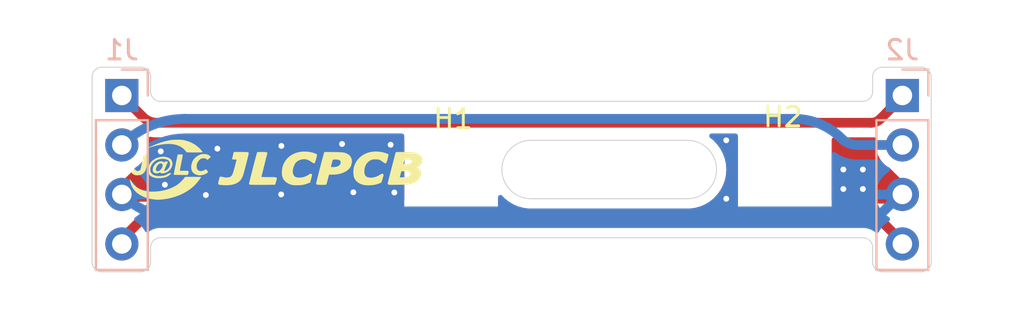
<source format=kicad_pcb>
(kicad_pcb (version 20241229) (generator "pcbnew") (generator_version "9.0")
  (layers (0 "F.Cu" signal) (2 "B.Cu" signal) (13 "F.Paste" user) (15 "B.Paste" user) (5 "F.SilkS" user "F.Silkscreen") (7 "B.SilkS" user "B.Silkscreen") (1 "F.Mask" user) (3 "B.Mask" user) (25 "Edge.Cuts" user))
  (net 0 "")
  (net 1 "+5V")
  (net 2 "OUT")
  (net 3 "ThrV")
  (net 4 "GND")
  (footprint "MountingHole:MountingHole_3.2mm_M3" (layer "F.Cu") (at 164 100 90)
    (property "Reference" "H2" (at 2.7 -0.1 180) (layer "F.SilkS"))
    (property "Value" "MountingHole")
    (pad "" np_thru_hole circle (at 0 0 90) (size 3.2 3.2) (drill 3.2) (layers "*.Cu" "*.Mask"))
  )
  (footprint "JLCPCBlogo:JLCPCB" (layer "F.Cu") (at 137.93 100)
    (property "Reference" "G***" (hide yes))
    (property "Value" "LOGO" (hide yes))
    (fp_poly (pts (xy -4.813925 -0.771313) (xy -4.790958 -0.766487) (xy -4.783252 -0.759815) (xy -4.784098 -0.743951) (xy -4.789442 -0.706737) (xy -4.798731 -0.65131) (xy -4.811411 -0.580806) (xy -4.826927 -0.498359) (xy -4.844726 -0.407106) (xy -4.85226 -0.369341) (xy -4.871074 -0.274706) (xy -4.888166 -0.186974) (xy -4.902924 -0.109421) (xy -4.914738 -0.045324) (xy -4.922997 0.00204) (xy -4.927089 0.029396) (xy -4.927425 0.033784) (xy -4.927425 0.0625) (xy -4.723463 0.0625) (xy -4.637881 0.062707) (xy -4.574414 0.064318) (xy -4.530163 0.068819) (xy -4.502233 0.077695) (xy -4.487724 0.092431) (xy -4.48374 0.114511) (xy -4.487383 0.145422) (xy -4.494351 0.179931) (xy -4.507639 0.23315) (xy -4.522447 0.265603) (xy -4.542085 0.281461) (xy -4.569863 0.284893) (xy -4.577252 0.284408) (xy -4.598061 0.283525) (xy -4.640096 0.282471) (xy -4.699569 0.281314) (xy -4.772696 0.280122) (xy -4.85569 0.278964) (xy -4.924298 0.278134) (xy -5.240079 0.27457) (xy -5.239356 0.23416) (xy -5.236791 0.213154) (xy -5.229785 0.170567) (xy -5.218881 0.109316) (xy -5.204621 0.032318) (xy -5.187547 -0.057509) (xy -5.168202 -0.157249) (xy -5.147126 -0.263982) (xy -5.142434 -0.2875) (xy -5.046233 -0.76875) (xy -4.917821 -0.772315) (xy -4.855097 -0.773152)) (fill yes) (layer "F.SilkS"))
    (fp_poly (pts (xy -4.93953 -1.529679) (xy -4.840272 -1.523806) (xy -4.757047 -1.51404) (xy -4.727326 -1.508553) (xy -4.533157 -1.456251) (xy -4.352381 -1.385507) (xy -4.1865 -1.297223) (xy -4.037018 -1.192297) (xy -3.905435 -1.071631) (xy -3.809576 -0.958418) (xy -3.785487 -0.924495) (xy -3.769082 -0.897977) (xy -3.764352 -0.886543) (xy -3.776491 -0.883472) (xy -3.811438 -0.880779) (xy -3.866995 -0.878527) (xy -3.940959 -0.876777) (xy -4.031131 -0.875592) (xy -4.135309 -0.875036) (xy -4.170885 -0.875) (xy -4.28233 -0.87503) (xy -4.371444 -0.875237) (xy -4.44091 -0.875796) (xy -4.493409 -0.876882) (xy -4.531623 -0.87867) (xy -4.558233 -0.881336) (xy -4.575922 -0.885056) (xy -4.587371 -0.890003) (xy -4.595263 -0.896354) (xy -4.601294 -0.903125) (xy -4.622793 -0.92878) (xy -4.652121 -0.964173) (xy -4.671318 -0.9875) (xy -4.76744 -1.085146) (xy -4.880914 -1.165457) (xy -5.011004 -1.228364) (xy -5.156973 -1.273799) (xy -5.318084 -1.301691) (xy -5.493599 -1.311973) (xy -5.682783 -1.304575) (xy -5.884898 -1.279428) (xy -6.099208 -1.236463) (xy -6.324974 -1.175611) (xy -6.406277 -1.150167) (xy -6.469427 -1.130056) (xy -6.523267 -1.113559) (xy -6.563764 -1.10186) (xy -6.586884 -1.096142) (xy -6.590743 -1.096031) (xy -6.579838 -1.104133) (xy -6.549573 -1.120296) (xy -6.503623 -1.142842) (xy -6.445667 -1.170093) (xy -6.379378 -1.20037) (xy -6.308434 -1.231996) (xy -6.236511 -1.263293) (xy -6.167285 -1.292582) (xy -6.104431 -1.318184) (xy -6.102094 -1.31911) (xy -5.885903 -1.396054) (xy -5.661619 -1.45974) (xy -5.465189 -1.502402) (xy -5.37625 -1.515241) (xy -5.273182 -1.524439) (xy -5.162018 -1.529945) (xy -5.048789 -1.531708)) (fill yes) (layer "F.SilkS"))
    (fp_poly (pts (xy -4.152989 0.375193) (xy -4.062755 0.375744) (xy -3.98391 0.376604) (xy -3.919373 0.377726) (xy -3.872057 0.379064) (xy -3.84488 0.380571) (xy -3.839389 0.381653) (xy -3.846713 0.398542) (xy -3.866747 0.430899) (xy -3.896583 0.474664) (xy -3.933315 0.525776) (xy -3.974036 0.580177) (xy -4.015838 0.633804) (xy -4.049423 0.675) (xy -4.196742 0.832292) (xy -4.364266 0.976801) (xy -4.550117 1.107482) (xy -4.752415 1.223292) (xy -4.969284 1.323188) (xy -5.198845 1.406125) (xy -5.439219 1.471061) (xy -5.508961 1.486028) (xy -5.674208 1.516519) (xy -5.822046 1.537) (xy -5.957851 1.547774) (xy -6.086997 1.549146) (xy -6.214862 1.541419) (xy -6.304843 1.530983) (xy -6.490153 1.49703) (xy -6.665703 1.447602) (xy -6.828593 1.383932) (xy -6.975922 1.30725) (xy -7.104789 1.218789) (xy -7.167806 1.164569) (xy -7.275655 1.048883) (xy -7.361855 0.923642) (xy -7.427534 0.786609) (xy -7.473818 0.635547) (xy -7.496371 0.5125) (xy -7.504127 0.45625) (xy -7.458745 0.5375) (xy -7.372069 0.674465) (xy -7.276114 0.790064) (xy -7.168016 0.887095) (xy -7.044909 0.968355) (xy -6.985255 0.999831) (xy -6.868818 1.051457) (xy -6.754755 1.08912) (xy -6.635747 1.11456) (xy -6.50447 1.129519) (xy -6.420909 1.134039) (xy -6.191135 1.132278) (xy -5.965162 1.110577) (xy -5.745805 1.06966) (xy -5.53588 1.010254) (xy -5.3382 0.933081) (xy -5.155583 0.838868) (xy -5.072784 0.786925) (xy -5.000082 0.732961) (xy -4.921289 0.665512) (xy -4.843273 0.591129) (xy -4.772901 0.516365) (xy -4.717039 0.447772) (xy -4.716384 0.446875) (xy -4.664006 0.375) (xy -4.251698 0.375)) (fill yes) (layer "F.SilkS"))
    (fp_poly (pts (xy -6.59248 -0.773917) (xy -6.552513 -0.771258) (xy -6.527588 -0.766829) (xy -6.522901 -0.764023) (xy -6.522754 -0.747795) (xy -6.527564 -0.710779) (xy -6.536583 -0.656527) (xy -6.549065 -0.588593) (xy -6.564261 -0.510529) (xy -6.581423 -0.425889) (xy -6.599803 -0.338224) (xy -6.618655 -0.251088) (xy -6.63723 -0.168034) (xy -6.65478 -0.092614) (xy -6.670558 -0.028382) (xy -6.683816 0.02111) (xy -6.693806 0.05231) (xy -6.695621 0.056652) (xy -6.74359 0.13353) (xy -6.810882 0.201179) (xy -6.892113 0.254271) (xy -6.898511 0.257465) (xy -6.960808 0.27924) (xy -7.036663 0.29292) (xy -7.116461 0.297785) (xy -7.190587 0.293115) (xy -7.237009 0.282813) (xy -7.28217 0.264893) (xy -7.325878 0.242908) (xy -7.332193 0.239147) (xy -7.364743 0.213444) (xy -7.396077 0.179624) (xy -7.421515 0.144061) (xy -7.436376 0.11313) (xy -7.437432 0.095813) (xy -7.423945 0.08227) (xy -7.394696 0.061737) (xy -7.356427 0.03813) (xy -7.315883 0.015365) (xy -7.279808 -0.002642) (xy -7.254944 -0.011975) (xy -7.2509 -0.0125) (xy -7.234577 -0.003941) (xy -7.209565 0.017751) (xy -7.196493 0.03125) (xy -7.169139 0.057851) (xy -7.143681 0.070783) (xy -7.108738 0.074811) (xy -7.091989 0.075) (xy -7.031851 0.068489) (xy -6.988755 0.046895) (xy -6.957795 0.007129) (xy -6.946975 -0.016369) (xy -6.939016 -0.042399) (xy -6.927276 -0.0892) (xy -6.912602 -0.152971) (xy -6.895844 -0.229916) (xy -6.877848 -0.316235) (xy -6.859463 -0.408131) (xy -6.859271 -0.409115) (xy -6.841593 -0.498459) (xy -6.82511 -0.579951) (xy -6.810514 -0.650312) (xy -6.798497 -0.706262) (xy -6.789751 -0.744523) (xy -6.784968 -0.761815) (xy -6.78475 -0.76224) (xy -6.769515 -0.767754) (xy -6.736008 -0.771723) (xy -6.690891 -0.774104) (xy -6.640827 -0.77485)) (fill yes) (layer "F.SilkS"))
    (fp_poly (pts (xy -3.654636 -0.795187) (xy -3.570314 -0.784054) (xy -3.512561 -0.768848) (xy -3.473471 -0.751019) (xy -3.432557 -0.725776) (xy -3.395359 -0.697484) (xy -3.367418 -0.670506) (xy -3.354274 -0.649207) (xy -3.35415 -0.644081) (xy -3.364999 -0.628786) (xy -3.389559 -0.603471) (xy -3.422144 -0.57315) (xy -3.457069 -0.542838) (xy -3.48865 -0.517549) (xy -3.511202 -0.502299) (xy -3.517496 -0.5) (xy -3.534018 -0.50742) (xy -3.559856 -0.525773) (xy -3.566144 -0.530922) (xy -3.625604 -0.565294) (xy -3.695974 -0.580371) (xy -3.771965 -0.575906) (xy -3.848288 -0.551655) (xy -3.862549 -0.544708) (xy -3.904081 -0.51491) (xy -3.949473 -0.469058) (xy -3.992811 -0.414109) (xy -4.028183 -0.357023) (xy -4.03674 -0.33969) (xy -4.056632 -0.280237) (xy -4.068206 -0.211647) (xy -4.071129 -0.141958) (xy -4.065065 -0.079211) (xy -4.04968 -0.031444) (xy -4.049576 -0.03125) (xy -4.005879 0.026489) (xy -3.949308 0.063917) (xy -3.881987 0.080728) (xy -3.806043 0.076616) (xy -3.723603 0.051275) (xy -3.668222 0.023665) (xy -3.631244 0.004165) (xy -3.602419 -0.00804) (xy -3.589689 -0.010371) (xy -3.576711 0.001119) (xy -3.554096 0.027252) (xy -3.527073 0.06193) (xy -3.502419 0.09629) (xy -3.489917 0.121566) (xy -3.491474 0.14221) (xy -3.508995 0.162676) (xy -3.544387 0.187415) (xy -3.59356 0.217295) (xy -3.669986 0.253402) (xy -3.759021 0.280151) (xy -3.852253 0.296037) (xy -3.941271 0.299554) (xy -4.008222 0.291498) (xy -4.114949 0.257346) (xy -4.202946 0.206961) (xy -4.27196 0.140518) (xy -4.307764 0.08653) (xy -4.337503 0.008378) (xy -4.351146 -0.083484) (xy -4.349007 -0.183898) (xy -4.331401 -0.287707) (xy -4.298642 -0.389755) (xy -4.275616 -0.440626) (xy -4.219036 -0.528417) (xy -4.142982 -0.610355) (xy -4.052931 -0.682281) (xy -3.954362 -0.740038) (xy -3.852756 -0.779468) (xy -3.817661 -0.788133) (xy -3.741076 -0.796799)) (fill yes) (layer "F.SilkS"))
    (fp_poly (pts (xy -0.649553 -0.899786) (xy -0.588824 -0.898906) (xy -0.545446 -0.897001) (xy -0.515591 -0.893714) (xy -0.495428 -0.888688) (xy -0.481129 -0.881564) (xy -0.473493 -0.875908) (xy -0.443968 -0.851816) (xy -0.597689 -0.241533) (xy -0.627716 -0.122102) (xy -0.655784 -0.010035) (xy -0.681317 0.092335) (xy -0.703736 0.182673) (xy -0.722467 0.258647) (xy -0.73693 0.317923) (xy -0.74655 0.358167) (xy -0.75075 0.377047) (xy -0.750889 0.378125) (xy -0.73876 0.380479) (xy -0.704689 0.382617) (xy -0.651747 0.384462) (xy -0.583004 0.385935) (xy -0.501532 0.386961) (xy -0.4104 0.387462) (xy -0.377123 0.3875) (xy -0.259984 0.387292) (xy -0.165746 0.387553) (xy -0.092313 0.389605) (xy -0.037588 0.394772) (xy 0.000525 0.404377) (xy 0.024124 0.419743) (xy 0.035304 0.442195) (xy 0.036162 0.473055) (xy 0.028795 0.513647) (xy 0.015299 0.565294) (xy -0.001045 0.624896) (xy -0.017279 0.681808) (xy -0.032765 0.729709) (xy -0.04572 0.763462) (xy -0.054177 0.777829) (xy -0.069204 0.779646) (xy -0.106815 0.781353) (xy -0.16458 0.782915) (xy -0.240072 0.784294) (xy -0.330862 0.785457) (xy -0.434521 0.786368) (xy -0.548621 0.78699) (xy -0.670732 0.787289) (xy -0.700688 0.787308) (xy -0.844727 0.787276) (xy -0.965815 0.787044) (xy -1.066013 0.786553) (xy -1.147382 0.785741) (xy -1.211984 0.78455) (xy -1.26188 0.782919) (xy -1.299131 0.780787) (xy -1.325798 0.778095) (xy -1.343943 0.774782) (xy -1.355625 0.770787) (xy -1.360388 0.768041) (xy -1.381313 0.745414) (xy -1.388183 0.725365) (xy -1.385128 0.707904) (xy -1.376388 0.669) (xy -1.362599 0.611123) (xy -1.344399 0.536744) (xy -1.322424 0.448331) (xy -1.297311 0.348356) (xy -1.269697 0.239288) (xy -1.240219 0.123598) (xy -1.209514 0.003755) (xy -1.178218 -0.117771) (xy -1.146969 -0.23851) (xy -1.116404 -0.355992) (xy -1.087158 -0.467746) (xy -1.05987 -0.571303) (xy -1.035175 -0.664193) (xy -1.013712 -0.743946) (xy -0.996116 -0.808091) (xy -0.983025 -0.854159) (xy -0.975075 -0.87968) (xy -0.973233 -0.883957) (xy -0.961138 -0.890093) (xy -0.93477 -0.894593) (xy -0.891529 -0.897628) (xy -0.82882 -0.89937) (xy -0.744046 -0.899993) (xy -0.731464 -0.9)) (fill yes) (layer "F.SilkS"))
    (fp_poly (pts (xy -1.698072 -0.899785) (xy -1.608459 -0.898858) (xy -1.538844 -0.896796) (xy -1.486721 -0.893179) (xy -1.449584 -0.887585) (xy -1.424927 -0.879591) (xy -1.410243 -0.868776) (xy -1.403027 -0.854718) (xy -1.400773 -0.836995) (xy -1.400689 -0.831079) (xy -1.403768 -0.812032) (xy -1.412482 -0.771891) (xy -1.42605 -0.713728) (xy -1.44369 -0.640612) (xy -1.46462 -0.555613) (xy -1.488058 -0.461801) (xy -1.513223 -0.362246) (xy -1.539332 -0.260019) (xy -1.565605 -0.158189) (xy -1.591258 -0.059826) (xy -1.61551 0.031999) (xy -1.63758 0.114217) (xy -1.656685 0.183757) (xy -1.672044 0.23755) (xy -1.677272 0.25498) (xy -1.697932 0.316457) (xy -1.721464 0.377429) (xy -1.744084 0.428392) (xy -1.753619 0.446708) (xy -1.822871 0.546869) (xy -1.908482 0.630551) (xy -2.010956 0.697931) (xy -2.130799 0.749186) (xy -2.268514 0.784494) (xy -2.424607 0.804031) (xy -2.599582 0.807975) (xy -2.759127 0.799564) (xy -2.840672 0.792429) (xy -2.899857 0.78411) (xy -2.939231 0.77117) (xy -2.961347 0.750171) (xy -2.968753 0.717676) (xy -2.964 0.670248) (xy -2.949639 0.604449) (xy -2.938298 0.558082) (xy -2.922502 0.496308) (xy -2.907679 0.44271) (xy -2.895297 0.402301) (xy -2.886824 0.380095) (xy -2.88561 0.378125) (xy -2.865094 0.365796) (xy -2.829365 0.364039) (xy -2.77581 0.373002) (xy -2.720088 0.3875) (xy -2.600012 0.409604) (xy -2.480414 0.407826) (xy -2.427266 0.399062) (xy -2.382523 0.387243) (xy -2.343977 0.370957) (xy -2.310351 0.34792) (xy -2.280368 0.315848) (xy -2.252749 0.272457) (xy -2.226218 0.215464) (xy -2.199496 0.142585) (xy -2.171306 0.051536) (xy -2.14037 -0.059967) (xy -2.113905 -0.161081) (xy -2.091191 -0.249487) (xy -2.070656 -0.32974) (xy -2.053088 -0.398728) (xy -2.039276 -0.453343) (xy -2.03001 -0.490475) (xy -2.026078 -0.507013) (xy -2.025997 -0.507542) (xy -2.037572 -0.509726) (xy -2.068578 -0.511419) (xy -2.113434 -0.512375) (xy -2.138552 -0.5125) (xy -2.194097 -0.51332) (xy -2.228691 -0.516203) (xy -2.246352 -0.521781) (xy -2.251108 -0.53025) (xy -2.248362 -0.55249) (xy -2.24102 -0.59288) (xy -2.230427 -0.645288) (xy -2.217928 -0.703578) (xy -2.204868 -0.761616) (xy -2.192589 -0.81327) (xy -2.182439 -0.852404) (xy -2.176223 -0.871875) (xy -2.164101 -0.9) (xy -1.81019 -0.9)) (fill yes) (layer "F.SilkS"))
    (fp_poly (pts (xy 1.56213 -0.920835) (xy 1.735019 -0.899842) (xy 1.901104 -0.85958) (xy 1.986644 -0.82967) (xy 2.031531 -0.812074) (xy 2.064149 -0.796973) (xy 2.085392 -0.780534) (xy 2.096153 -0.758925) (xy 2.097323 -0.728311) (xy 2.089797 -0.68486) (xy 2.074466 -0.624737) (xy 2.052728 -0.54594) (xy 2.02817 -0.460551) (xy 2.006988 -0.394437) (xy 1.989743 -0.349192) (xy 1.976999 -0.326413) (xy 1.974612 -0.324431) (xy 1.94031 -0.319369) (xy 1.89337 -0.334434) (xy 1.8352 -0.369069) (xy 1.8041 -0.392169) (xy 1.698054 -0.461818) (xy 1.588534 -0.50755) (xy 1.476734 -0.529014) (xy 1.363845 -0.525861) (xy 1.353491 -0.524329) (xy 1.235621 -0.495748) (xy 1.133049 -0.450182) (xy 1.047716 -0.388673) (xy 0.996058 -0.332522) (xy 0.951731 -0.262012) (xy 0.913325 -0.177355) (xy 0.88296 -0.085742) (xy 0.862759 0.005635) (xy 0.854844 0.089585) (xy 0.857389 0.1375) (xy 0.875669 0.229143) (xy 0.904557 0.30015) (xy 0.946356 0.352422) (xy 1.003365 0.387861) (xy 1.077885 0.408367) (xy 1.172218 0.415843) (xy 1.194338 0.415938) (xy 1.305262 0.408539) (xy 1.410345 0.386523) (xy 1.515113 0.348074) (xy 1.62509 0.291376) (xy 1.685447 0.25454) (xy 1.740261 0.224591) (xy 1.782045 0.213958) (xy 1.81339 0.222429) (xy 1.832582 0.242651) (xy 1.839538 0.255281) (xy 1.843002 0.269887) (xy 1.842376 0.290448) (xy 1.837059 0.320944) (xy 1.826451 0.365355) (xy 1.809955 0.427661) (xy 1.798215 0.470776) (xy 1.744081 0.66875) (xy 1.637463 0.708536) (xy 1.541514 0.742955) (xy 1.460312 0.768155) (xy 1.386014 0.785641) (xy 1.310774 0.796922) (xy 1.226748 0.803505) (xy 1.12609 0.806898) (xy 1.125554 0.806909) (xy 1.054535 0.808001) (xy 0.990923 0.808298) (xy 0.939531 0.807828) (xy 0.90517 0.806624) (xy 0.89419 0.805448) (xy 0.868047 0.799885) (xy 0.828093 0.791784) (xy 0.800394 0.786311) (xy 0.703135 0.757914) (xy 0.607677 0.712854) (xy 0.51928 0.654804) (xy 0.4432 0.587438) (xy 0.384698 0.514429) (xy 0.366895 0.483482) (xy 0.337228 0.419675) (xy 0.316867 0.360691) (xy 0.304314 0.299155) (xy 0.298071 0.227693) (xy 0.296641 0.138929) (xy 0.296648 0.1375) (xy 0.301778 0.016972) (xy 0.317191 -0.088942) (xy 0.344983 -0.189252) (xy 0.387247 -0.292968) (xy 0.405603 -0.33125) (xy 0.486009 -0.466086) (xy 0.585768 -0.585575) (xy 0.703869 -0.688887) (xy 0.8393 -0.775191) (xy 0.99105 -0.843658) (xy 1.05677 -0.866075) (xy 1.217592 -0.904163) (xy 1.38785 -0.922346)) (fill yes) (layer "F.SilkS"))
    (fp_poly (pts (xy 5.203598 -0.921916) (xy 5.321369 -0.911144) (xy 5.397481 -0.899248) (xy 5.476003 -0.882489) (xy 5.552708 -0.862253) (xy 5.623367 -0.839926) (xy 5.683755 -0.816893) (xy 5.729642 -0.79454) (xy 5.756802 -0.774253) (xy 5.761541 -0.766859) (xy 5.761678 -0.746016) (xy 5.755282 -0.706876) (xy 5.743733 -0.654339) (xy 5.728411 -0.593301) (xy 5.710696 -0.528663) (xy 5.691967 -0.465321) (xy 5.673604 -0.408175) (xy 5.656988 -0.362122) (xy 5.643497 -0.332061) (xy 5.636537 -0.323092) (xy 5.60129 -0.317941) (xy 5.554689 -0.333084) (xy 5.498776 -0.367704) (xy 5.471186 -0.389365) (xy 5.425211 -0.423119) (xy 5.369745 -0.457604) (xy 5.327622 -0.479967) (xy 5.292189 -0.496223) (xy 5.262352 -0.507164) (xy 5.231682 -0.513838) (xy 5.193749 -0.517294) (xy 5.142125 -0.51858) (xy 5.089742 -0.51875) (xy 5.023897 -0.518468) (xy 4.976622 -0.516875) (xy 4.941474 -0.512855) (xy 4.912014 -0.505292) (xy 4.881797 -0.493069) (xy 4.847991 -0.476846) (xy 4.747941 -0.414338) (xy 4.66522 -0.334473) (xy 4.600612 -0.238642) (xy 4.554904 -0.128241) (xy 4.528882 -0.004662) (xy 4.522755 0.1) (xy 4.528208 0.187725) (xy 4.545066 0.257102) (xy 4.574696 0.312679) (xy 4.593482 0.335392) (xy 4.649541 0.377816) (xy 4.722068 0.405292) (xy 4.807718 0.418127) (xy 4.903141 0.416627) (xy 5.004991 0.401097) (xy 5.10992 0.371844) (xy 5.214579 0.329173) (xy 5.315622 0.27339) (xy 5.322912 0.268719) (xy 5.366695 0.242494) (xy 5.405753 0.222837) (xy 5.433038 0.213204) (xy 5.437051 0.212767) (xy 5.467248 0.221255) (xy 5.493961 0.242268) (xy 5.509597 0.268293) (xy 5.510032 0.285014) (xy 5.504538 0.304423) (xy 5.493959 0.342902) (xy 5.479682 0.39537) (xy 5.463092 0.456747) (xy 5.458178 0.475) (xy 5.440175 0.537968) (xy 5.422381 0.59327) (xy 5.406571 0.635838) (xy 5.394518 0.660608) (xy 5.392089 0.663635) (xy 5.363401 0.68214) (xy 5.312895 0.704537) (xy 5.243276 0.729804) (xy 5.157251 0.756915) (xy 5.108764 0.770889) (xy 5.022657 0.789239) (xy 4.919864 0.802019) (xy 4.808132 0.809007) (xy 4.695209 0.80998) (xy 4.588841 0.804716) (xy 4.496775 0.792993) (xy 4.476874 0.789021) (xy 4.34751 0.750337) (xy 4.234631 0.694798) (xy 4.139373 0.623346) (xy 4.062873 0.536925) (xy 4.006266 0.436475) (xy 3.985912 0.381713) (xy 3.969218 0.306062) (xy 3.960004 0.214199) (xy 3.958241 0.113761) (xy 3.963899 0.012384) (xy 3.976947 -0.082299) (xy 3.98792 -0.13125) (xy 4.039732 -0.278813) (xy 4.113159 -0.415559) (xy 4.206512 -0.539747) (xy 4.318101 -0.649636) (xy 4.446236 -0.743483) (xy 4.589226 -0.819548) (xy 4.696061 -0.860885) (xy 4.855869 -0.902186) (xy 5.024341 -0.922472)) (fill yes) (layer "F.SilkS"))
    (fp_poly (pts (xy 2.704905 -0.899203) (xy 2.798788 -0.898225) (xy 2.914908 -0.896641) (xy 2.932355 -0.896385) (xy 3.066146 -0.894159) (xy 3.177835 -0.891564) (xy 3.270333 -0.888273) (xy 3.346551 -0.883959) (xy 3.409399 -0.878297) (xy 3.461788 -0.87096) (xy 3.506628 -0.86162) (xy 3.546831 -0.849953) (xy 3.585306 -0.835632) (xy 3.623845 -0.818842) (xy 3.717022 -0.764074) (xy 3.790962 -0.694484) (xy 3.844565 -0.611527) (xy 3.876729 -0.516662) (xy 3.883427 -0.475) (xy 3.88469 -0.390901) (xy 3.872563 -0.298701) (xy 3.849023 -0.210022) (xy 3.830411 -0.163691) (xy 3.775728 -0.075465) (xy 3.699238 0.005694) (xy 3.603515 0.078304) (xy 3.491133 0.140883) (xy 3.364665 0.191947) (xy 3.226686 0.230013) (xy 3.112829 0.249715) (xy 3.061401 0.254674) (xy 2.994558 0.258714) (xy 2.921894 0.261349) (xy 2.868006 0.262114) (xy 2.715776 0.2625) (xy 2.703025 0.303125) (xy 2.695707 0.32871) (xy 2.683617 0.373504) (xy 2.668087 0.43247) (xy 2.650448 0.50057) (xy 2.637806 0.55) (xy 2.619747 0.619133) (xy 2.602879 0.680297) (xy 2.588474 0.729141) (xy 2.577802 0.761313) (xy 2.573019 0.771875) (xy 2.555395 0.778584) (xy 2.517698 0.78362) (xy 2.464807 0.787021) (xy 2.401602 0.788824) (xy 2.332963 0.789066) (xy 2.26377 0.787787) (xy 2.198901 0.785024) (xy 2.143239 0.780814) (xy 2.101661 0.775196) (xy 2.079049 0.768207) (xy 2.078805 0.768041) (xy 2.057835 0.743796) (xy 2.051157 0.721166) (xy 2.054261 0.702377) (xy 2.063068 0.662239) (xy 2.076937 0.603234) (xy 2.095226 0.527846) (xy 2.117294 0.438558) (xy 2.142501 0.337852) (xy 2.170205 0.228212) (xy 2.199765 0.112121) (xy 2.23054 -0.007939) (xy 2.261888 -0.129485) (xy 2.264158 -0.138232) (xy 2.813885 -0.138232) (xy 2.825355 -0.130896) (xy 2.856011 -0.126549) (xy 2.900221 -0.125072) (xy 2.952352 -0.126341) (xy 3.006772 -0.130237) (xy 3.057849 -0.136637) (xy 3.095773 -0.1443) (xy 3.176439 -0.172559) (xy 3.236464 -0.211112) (xy 3.278838 -0.262068) (xy 3.288707 -0.280401) (xy 3.308447 -0.343541) (xy 3.305629 -0.40092) (xy 3.281553 -0.449291) (xy 3.23752 -0.485412) (xy 3.200534 -0.500299) (xy 3.16927 -0.505665) (xy 3.12114 -0.509828) (xy 3.064282 -0.512187) (xy 3.035642 -0.5125) (xy 2.979473 -0.512231) (xy 2.943222 -0.510609) (xy 2.9218 -0.506416) (xy 2.910112 -0.498432) (xy 2.903067 -0.485438) (xy 2.901057 -0.480274) (xy 2.893273 -0.455862) (xy 2.881689 -0.414819) (xy 2.867761 -0.36286) (xy 2.852945 -0.305699) (xy 2.838699 -0.249052) (xy 2.826478 -0.198634) (xy 2.81774 -0.160159) (xy 2.81394 -0.139344) (xy 2.813885 -0.138232) (xy 2.264158 -0.138232) (xy 2.29317 -0.250033) (xy 2.323743 -0.367101) (xy 2.352966 -0.478206) (xy 2.380199 -0.580864) (xy 2.404801 -0.672593) (xy 2.426129 -0.75091) (xy 2.443543 -0.813331) (xy 2.456403 -0.857375) (xy 2.464066 -0.880557) (xy 2.465445 -0.883337) (xy 2.471979 -0.888514) (xy 2.483671 -0.892608) (xy 2.502961 -0.895686) (xy 2.53229 -0.897816) (xy 2.574096 -0.899067) (xy 2.630822 -0.899507)) (fill yes) (layer "F.SilkS"))
    (fp_poly (pts (xy 6.487879 -0.899285) (xy 6.58375 -0.89816) (xy 6.68113 -0.896211) (xy 6.776667 -0.893489) (xy 6.867006 -0.890049) (xy 6.948794 -0.885943) (xy 7.018678 -0.881225) (xy 7.073305 -0.875947) (xy 7.108654 -0.870316) (xy 7.218583 -0.837208) (xy 7.314243 -0.792443) (xy 7.392688 -0.737861) (xy 7.45097 -0.675301) (xy 7.469888 -0.644934) (xy 7.488619 -0.590783) (xy 7.497892 -0.522333) (xy 7.497693 -0.448436) (xy 7.488005 -0.377942) (xy 7.47044 -0.323136) (xy 7.429934 -0.257877) (xy 7.373186 -0.196437) (xy 7.308511 -0.147367) (xy 7.288692 -0.136279) (xy 7.235233 -0.109019) (xy 7.265992 -0.088885) (xy 7.33862 -0.032907) (xy 7.388764 0.02717) (xy 7.418948 0.095913) (xy 7.431696 0.177891) (xy 7.432499 0.2125) (xy 7.420361 0.322105) (xy 7.385502 0.421969) (xy 7.328576 0.511249) (xy 7.250237 0.589101) (xy 7.151139 0.654678) (xy 7.056302 0.698142) (xy 7.00657 0.716554) (xy 6.959432 0.731925) (xy 6.911968 0.744569) (xy 6.861258 0.754801) (xy 6.804383 0.762935) (xy 6.738422 0.769286) (xy 6.660456 0.774169) (xy 6.567563 0.777897) (xy 6.456825 0.780786) (xy 6.325322 0.783149) (xy 6.257926 0.784134) (xy 6.134549 0.785828) (xy 6.033745 0.787074) (xy 5.95308 0.787779) (xy 5.890118 0.787849) (xy 5.842424 0.78719) (xy 5.807561 0.785708) (xy 5.783095 0.783308) (xy 5.76659 0.779898) (xy 5.75561 0.775382) (xy 5.747719 0.769667) (xy 5.742048 0.764221) (xy 5.722897 0.740894) (xy 5.715313 0.723728) (xy 5.718376 0.707167) (xy 5.72714 0.669105) (xy 5.740966 0.612004) (xy 5.759218 0.538328) (xy 5.781256 0.450542) (xy 5.793251 0.403187) (xy 6.339344 0.403187) (xy 6.518195 0.397755) (xy 6.591522 0.395103) (xy 6.645485 0.39173) (xy 6.685734 0.38678) (xy 6.717917 0.379395) (xy 6.747682 0.368716) (xy 6.767897 0.359838) (xy 6.824536 0.328235) (xy 6.859211 0.293595) (xy 6.874946 0.251775) (xy 6.876028 0.211645) (xy 6.867607 0.168968) (xy 6.847278 0.140789) (xy 6.840867 0.135674) (xy 6.80769 0.120474) (xy 6.755402 0.107403) (xy 6.689869 0.097288) (xy 6.616957 0.090953) (xy 6.542533 0.089226) (xy 6.515843 0.089918) (xy 6.422182 0.09375) (xy 6.389533 0.2125) (xy 6.374409 0.267918) (xy 6.360944 0.31799) (xy 6.351129 0.355287) (xy 6.348114 0.367218) (xy 6.339344 0.403187) (xy 5.793251 0.403187) (xy 5.806443 0.351107) (xy 5.83414 0.242488) (xy 5.863711 0.127149) (xy 5.894516 0.007552) (xy 5.925917 -0.113839) (xy 5.957277 -0.234561) (xy 5.973478 -0.296654) (xy 6.520112 -0.296654) (xy 6.523588 -0.282137) (xy 6.534571 -0.275548) (xy 6.553308 -0.272833) (xy 6.561788 -0.272044) (xy 6.61624 -0.269935) (xy 6.680175 -0.272005) (xy 6.743695 -0.277533) (xy 6.796902 -0.2858) (xy 6.815855 -0.290525) (xy 6.876335 -0.317467) (xy 6.917494 -0.354539) (xy 6.937436 -0.399305) (xy 6.935635 -0.444332) (xy 6.920836 -0.472501) (xy 6.891134 -0.492359) (xy 6.844039 -0.504617) (xy 6.777062 -0.509989) (xy 6.706944 -0.509792) (xy 6.574214 -0.50625) (xy 6.552244 -0.428293) (xy 6.534687 -0.36568) (xy 6.523894 -0.323151) (xy 6.520112 -0.296654) (xy 5.973478 -0.296654) (xy 5.987958 -0.352149) (xy 6.017322 -0.464141) (xy 6.04473 -0.568073) (xy 6.069545 -0.661482) (xy 6.091129 -0.741903) (xy 6.108843 -0.806874) (xy 6.12205 -0.853932) (xy 6.130111 -0.880612) (xy 6.13215 -0.885748) (xy 6.148541 -0.890684) (xy 6.186562 -0.894478) (xy 6.24286 -0.897181) (xy 6.314081 -0.898849) (xy 6.396872 -0.899532)) (fill yes) (layer "F.SilkS"))
    (fp_poly (pts (xy -5.710493 -0.654748) (xy -5.659269 -0.645577) (xy -5.56131 -0.621222) (xy -5.483998 -0.589667) (xy -5.423454 -0.548621) (xy -5.375801 -0.495791) (xy -5.357264 -0.46711) (xy -5.322921 -0.390929) (xy -5.310159 -0.31288) (xy -5.316713 -0.23125) (xy -5.346371 -0.130476) (xy -5.39719 -0.038063) (xy -5.465922 0.043097) (xy -5.549322 0.110114) (xy -5.644143 0.160098) (xy -5.747141 0.190158) (xy -5.797147 0.196559) (xy -5.845263 0.199373) (xy -5.875774 0.197988) (xy -5.895918 0.191112) (xy -5.912931 0.177459) (xy -5.914809 0.175601) (xy -5.942577 0.147847) (xy -6.003223 0.173923) (xy -6.080586 0.196343) (xy -6.155786 0.197873) (xy -6.224319 0.179173) (xy -6.281681 0.140903) (xy -6.290596 0.131853) (xy -6.307389 0.110439) (xy -6.316869 0.086698) (xy -6.321025 0.052768) (xy -6.321861 0.008367) (xy -6.319028 -0.018002) (xy -6.157333 -0.018002) (xy -6.15656 0.031038) (xy -6.13727 0.066333) (xy -6.102791 0.08632) (xy -6.056448 0.089436) (xy -6.001568 0.074118) (xy -5.981733 0.064527) (xy -5.949808 0.040262) (xy -5.912489 0.001513) (xy -5.876155 -0.044145) (xy -5.847182 -0.089138) (xy -5.839404 -0.104538) (xy -5.822367 -0.15713) (xy -5.816168 -0.210955) (xy -5.820952 -0.258063) (xy -5.836059 -0.289641) (xy -5.869669 -0.30944) (xy -5.915194 -0.312984) (xy -5.966024 -0.300816) (xy -6.013343 -0.275097) (xy -6.074427 -0.218173) (xy -6.11923 -0.146488) (xy -6.149388 -0.057117) (xy -6.157333 -0.018002) (xy -6.319028 -0.018002) (xy -6.312557 -0.078243) (xy -6.283452 -0.157817) (xy -6.232758 -0.234075) (xy -6.176306 -0.294386) (xy -6.101886 -0.354207) (xy -6.024318 -0.396369) (xy -5.947295 -0.41975) (xy -5.87451 -0.423225) (xy -5.809973 -0.405823) (xy -5.779072 -0.388333) (xy -5.759484 -0.371975) (xy -5.757126 -0.368159) (xy -5.745824 -0.363717) (xy -5.723108 -0.380864) (xy -5.721325 -0.382628) (xy -5.699255 -0.40018) (xy -5.672463 -0.409264) (xy -5.632196 -0.412365) (xy -5.616141 -0.4125) (xy -5.574767 -0.411988) (xy -5.553425 -0.408996) (xy -5.547136 -0.401347) (xy -5.550922 -0.386861) (xy -5.55189 -0.384375) (xy -5.560364 -0.364021) (xy -5.576985 -0.325095) (xy -5.599884 -0.271939) (xy -5.627192 -0.208891) (xy -5.651629 -0.152707) (xy -5.680292 -0.086278) (xy -5.705098 -0.027546) (xy -5.724433 0.019569) (xy -5.736684 0.051143) (xy -5.740325 0.062918) (xy -5.73061 0.074107) (xy -5.705195 0.07336) (xy -5.669677 0.061851) (xy -5.629651 0.040757) (xy -5.627091 0.039124) (xy -5.544998 -0.026193) (xy -5.485148 -0.101457) (xy -5.448123 -0.185699) (xy -5.434504 -0.277947) (xy -5.434451 -0.282163) (xy -5.444038 -0.358391) (xy -5.474281 -0.421626) (xy -5.525673 -0.472415) (xy -5.598709 -0.511305) (xy -5.659254 -0.530782) (xy -5.772144 -0.54793) (xy -5.894989 -0.54371) (xy -5.97147 -0.531078) (xy -6.091311 -0.494021) (xy -6.196283 -0.436888) (xy -6.285996 -0.359983) (xy -6.360059 -0.263608) (xy -6.392787 -0.204832) (xy -6.41809 -0.151741) (xy -6.433642 -0.111338) (xy -6.441843 -0.074461) (xy -6.445095 -0.031947) (xy -6.445642 -0.003159) (xy -6.444342 0.055104) (xy -6.438095 0.097449) (xy -6.425341 0.132726) (xy -6.419747 0.14375) (xy -6.37134 0.212379) (xy -6.307431 0.265441) (xy -6.226813 0.303398) (xy -6.128277 0.326718) (xy -6.010616 0.335863) (xy -5.924304 0.334474) (xy -5.809262 0.323907) (xy -5.711718 0.302701) (xy -5.625826 0.269191) (xy -5.558366 0.230291) (xy -5.514819 0.204408) (xy -5.477614 0.191474) (xy -5.43465 0.187554) (xy -5.426847 0.1875) (xy -5.359827 0.1875) (xy -5.420741 0.249312) (xy -5.511361 0.32414) (xy -5.61808 0.380819) (xy -5.741414 0.41954) (xy -5.881881 0.440496) (xy -5.946676 0.444063) (xy -6.012777 0.445009) (xy -6.076515 0.444106) (xy -6.129904 0.441567) (xy -6.160692 0.43836) (xy -6.278262 0.410705) (xy -6.376838 0.368674) (xy -6.455765 0.31289) (xy -6.514389 0.243976) (xy -6.552056 0.162555) (xy -6.568113 0.069251) (xy -6.568672 0.049518) (xy -6.557707 -0.077262) (xy -6.524197 -0.195701) (xy -6.469666 -0.304249) (xy -6.39564 -0.401357) (xy -6.303646 -0.485475) (xy -6.195209 -0.555053) (xy -6.071854 -0.608541) (xy -5.935108 -0.644389) (xy -5.876541 -0.653501) (xy -5.814517 -0.659823) (xy -5.763328 -0.66039)) (fill yes) (layer "F.SilkS"))
  )
  (footprint "MountingHole:MountingHole_3.2mm_M3" (layer "F.Cu") (at 147 100)
    (property "Reference" "H1" (at 0 -2.6 0) (layer "F.SilkS"))
    (property "Value" "MountingHole")
    (pad "" np_thru_hole circle (at 0.1 0) (size 3.2 3.2) (drill 3.2) (layers "*.Cu" "*.Mask"))
  )
  (footprint "Connector_PinHeader_2.54mm:PinHeader_1x04_P2.54mm_Vertical" (layer "B.Cu") (at 130.025 96.2 180)
    (property "Reference" "J1" (at 0 2.33 0) (layer "B.SilkS") (effects (justify mirror)))
    (property "Value" "Conn_01x04_Pin")
    (fp_line (start 1.33 -1.27) (end 1.33 -8.95) (stroke (width 0.12)) (layer "B.SilkS"))
    (fp_line (start -1.33 1.33) (end 0 1.33) (stroke (width 0.12)) (layer "B.SilkS"))
    (fp_line (start -1.33 0) (end -1.33 1.33) (stroke (width 0.12)) (layer "B.SilkS"))
    (fp_line (start -1.33 -1.27) (end 1.33 -1.27) (stroke (width 0.12)) (layer "B.SilkS"))
    (fp_line (start -1.33 -1.27) (end -1.33 -8.95) (stroke (width 0.12)) (layer "B.SilkS"))
    (fp_line (start -1.33 -8.95) (end 1.33 -8.95) (stroke (width 0.12)) (layer "B.SilkS"))
    (pad "1" thru_hole rect (at 0 0 180) (size 1.7 1.7) (drill 1) (layers "*.Cu" "*.Mask") (net 2 "OUT"))
    (pad "2" thru_hole oval (at 0 -2.54 180) (size 1.7 1.7) (drill 1) (layers "*.Cu" "*.Mask") (net 1 "+5V"))
    (pad "3" thru_hole oval (at 0 -5.08 180) (size 1.7 1.7) (drill 1) (layers "*.Cu" "*.Mask") (net 4 "GND"))
    (pad "4" thru_hole oval (at 0 -7.62 180) (size 1.7 1.7) (drill 1) (layers "*.Cu" "*.Mask") (net 3 "ThrV"))
  )
  (footprint "Connector_PinHeader_2.54mm:PinHeader_1x04_P2.54mm_Vertical" (layer "B.Cu") (at 170.025 96.2 180)
    (property "Reference" "J2" (at 0 2.33 0) (layer "B.SilkS") (effects (justify mirror)))
    (property "Value" "Conn_01x04_Pin")
    (fp_line (start 1.33 -1.27) (end 1.33 -8.95) (stroke (width 0.12)) (layer "B.SilkS"))
    (fp_line (start -1.33 1.33) (end 0 1.33) (stroke (width 0.12)) (layer "B.SilkS"))
    (fp_line (start -1.33 0) (end -1.33 1.33) (stroke (width 0.12)) (layer "B.SilkS"))
    (fp_line (start -1.33 -1.27) (end 1.33 -1.27) (stroke (width 0.12)) (layer "B.SilkS"))
    (fp_line (start -1.33 -1.27) (end -1.33 -8.95) (stroke (width 0.12)) (layer "B.SilkS"))
    (fp_line (start -1.33 -8.95) (end 1.33 -8.95) (stroke (width 0.12)) (layer "B.SilkS"))
    (pad "1" thru_hole rect (at 0 0 180) (size 1.7 1.7) (drill 1) (layers "*.Cu" "*.Mask") (net 2 "OUT"))
    (pad "2" thru_hole oval (at 0 -2.54 180) (size 1.7 1.7) (drill 1) (layers "*.Cu" "*.Mask") (net 1 "+5V"))
    (pad "3" thru_hole oval (at 0 -5.08 180) (size 1.7 1.7) (drill 1) (layers "*.Cu" "*.Mask") (net 4 "GND"))
    (pad "4" thru_hole oval (at 0 -7.62 180) (size 1.7 1.7) (drill 1) (layers "*.Cu" "*.Mask") (net 3 "ThrV"))
  )
  (gr_line (start 168 96.5) (end 132 96.5) (stroke (width 0.05)) (layer "Edge.Cuts"))
  (gr_line (start 131.5 96) (end 131.5 95.25) (stroke (width 0.05)) (layer "Edge.Cuts"))
  (gr_line (start 151 101.5) (end 159 101.5) (stroke (width 0.05)) (layer "Edge.Cuts"))
  (gr_arc (start 132 96.5) (mid 131.646447 96.353553) (end 131.5 96) (stroke (width 0.05)) (layer "Edge.Cuts"))
  (gr_arc (start 159 98.5) (mid 160.5 100) (end 159 101.5) (stroke (width 0.05)) (layer "Edge.Cuts"))
  (gr_arc (start 168 103.5) (mid 168.353553 103.646447) (end 168.5 104) (stroke (width 0.05)) (layer "Edge.Cuts"))
  (gr_line (start 169 94.75) (end 171 94.75) (stroke (width 0.05)) (layer "Edge.Cuts"))
  (gr_line (start 129 94.75) (end 131 94.75) (stroke (width 0.05)) (layer "Edge.Cuts"))
  (gr_line (start 131.5 104) (end 131.5 104.75) (stroke (width 0.05)) (layer "Edge.Cuts"))
  (gr_arc (start 131.5 104) (mid 131.646447 103.646447) (end 132 103.5) (stroke (width 0.05)) (layer "Edge.Cuts"))
  (gr_line (start 169 105.25) (end 171 105.25) (stroke (width 0.05)) (layer "Edge.Cuts"))
  (gr_arc (start 131.5 104.75) (mid 131.353553 105.103553) (end 131 105.25) (stroke (width 0.05)) (layer "Edge.Cuts"))
  (gr_line (start 168.5 96) (end 168.5 95.25) (stroke (width 0.05)) (layer "Edge.Cuts"))
  (gr_arc (start 168.5 95.25) (mid 168.646447 94.896447) (end 169 94.75) (stroke (width 0.05)) (layer "Edge.Cuts"))
  (gr_line (start 168.5 104) (end 168.5 104.75) (stroke (width 0.05)) (layer "Edge.Cuts"))
  (gr_line (start 128.5 95.25) (end 128.5 104.75) (stroke (width 0.05)) (layer "Edge.Cuts"))
  (gr_arc (start 131 94.75) (mid 131.353553 94.896447) (end 131.5 95.25) (stroke (width 0.05)) (layer "Edge.Cuts"))
  (gr_line (start 168 103.5) (end 132 103.5) (stroke (width 0.05)) (layer "Edge.Cuts"))
  (gr_arc (start 151 101.5) (mid 149.5 100) (end 151 98.5) (stroke (width 0.05)) (layer "Edge.Cuts"))
  (gr_arc (start 171.5 104.75) (mid 171.353553 105.103553) (end 171 105.25) (stroke (width 0.05)) (layer "Edge.Cuts"))
  (gr_line (start 151 98.5) (end 159 98.5) (stroke (width 0.05)) (layer "Edge.Cuts"))
  (gr_arc (start 171 94.75) (mid 171.353553 94.896447) (end 171.5 95.25) (stroke (width 0.05)) (layer "Edge.Cuts"))
  (gr_arc (start 168.5 96) (mid 168.353553 96.353553) (end 168 96.5) (stroke (width 0.05)) (layer "Edge.Cuts"))
  (gr_arc (start 169 105.25) (mid 168.646447 105.103553) (end 168.5 104.75) (stroke (width 0.05)) (layer "Edge.Cuts"))
  (gr_line (start 129 105.25) (end 131 105.25) (stroke (width 0.05)) (layer "Edge.Cuts"))
  (gr_arc (start 129 105.25) (mid 128.646447 105.103553) (end 128.5 104.75) (stroke (width 0.05)) (layer "Edge.Cuts"))
  (gr_line (start 171.5 95.25) (end 171.5 104.75) (stroke (width 0.05)) (layer "Edge.Cuts"))
  (gr_arc (start 128.5 95.25) (mid 128.646447 94.896447) (end 129 94.75) (stroke (width 0.05)) (layer "Edge.Cuts"))
  (segment (start 170.025 98.74) (end 167.720833 98.74) (width 0.5) (layer "B.Cu") (net 1))
  (segment (start 164.485786 97.4) (end 133.260046 97.4) (width 0.5) (layer "B.Cu") (net 1))
  (arc (start 167.720833 98.74) (mid 167.276601 98.651637) (end 166.9 98.4) (width 0.5) (layer "B.Cu") (net 1))
  (arc (start 133.260046 97.4) (mid 131.509252 97.748255) (end 130.025 98.74) (width 0.5) (layer "B.Cu") (net 1))
  (arc (start 166.9 98.4) (mid 165.792349 97.659891) (end 164.485786 97.4) (width 0.5) (layer "B.Cu") (net 1))
  (segment (start 170.025 96.275) (end 169.2 97.1) (width 0.5) (layer "F.Cu") (net 2))
  (segment (start 170.025 96.2) (end 170.025 96.275) (width 0.5) (layer "F.Cu") (net 2))
  (segment (start 169.971967 96.328033) (end 168.9 97.4) (width 0.5) (layer "F.Cu") (net 2))
  (segment (start 168.417157 97.6) (end 131.824264 97.6) (width 0.5) (layer "F.Cu") (net 2))
  (segment (start 131.1 97.3) (end 130.042677 96.242677) (width 0.5) (layer "F.Cu") (net 2))
  (arc (start 168.9 97.4) (mid 168.678469 97.548022) (end 168.417157 97.6) (width 0.5) (layer "F.Cu") (net 2))
  (arc (start 131.824264 97.6) (mid 131.432295 97.522033) (end 131.1 97.3) (width 0.5) (layer "F.Cu") (net 2))
  (arc (start 170.025 96.2) (mid 170.011217 96.269291) (end 169.971967 96.328033) (width 0.5) (layer "F.Cu") (net 2))
  (arc (start 130.042677 96.242677) (mid 130.029594 96.223097) (end 130.025 96.2) (width 0.5) (layer "F.Cu") (net 2))
  (segment (start 169.957825 103.657825) (end 169.2 102.9) (width 0.5) (layer "F.Cu") (net 3))
  (segment (start 167.992893 102.4) (end 131.7 102.4) (width 0.5) (layer "F.Cu") (net 3))
  (segment (start 131.7 102.4) (end 131.624264 102.4) (width 0.5) (layer "F.Cu") (net 3))
  (segment (start 130.9 102.7) (end 130.198241 103.401759) (width 0.5) (layer "F.Cu") (net 3))
  (arc (start 131.624264 102.4) (mid 131.232296 102.477967) (end 130.9 102.7) (width 0.5) (layer "F.Cu") (net 3))
  (arc (start 170.025 103.82) (mid 170.007542 103.732232) (end 169.957825 103.657825) (width 0.5) (layer "F.Cu") (net 3))
  (arc (start 169.2 102.9) (mid 168.646175 102.529946) (end 167.992893 102.4) (width 0.5) (layer "F.Cu") (net 3))
  (arc (start 130.198241 103.401759) (mid 130.070024 103.59365) (end 130.025 103.82) (width 0.5) (layer "F.Cu") (net 3))
  (segment (start 169.7 101.5) (end 168.7 101.5) (width 0.5) (layer "F.Cu") (net 4))
  (segment (start 130.025 101.28) (end 130.035399 101.290399) (width 0.5) (layer "F.Cu") (net 4))
  (segment (start 170.025 101.28) (end 169.958823 101.28) (width 0.5) (layer "F.Cu") (net 4))
  (segment (start 169.845754 101.354246) (end 169.7 101.5) (width 0.5) (layer "F.Cu") (net 4))
  (segment (start 169.777469 101.17747) (end 169 100.4) (width 0.5) (layer "F.Cu") (net 4))
  (segment (start 169.773977 100.673977) (end 169.2 100.1) (width 0.5) (layer "F.Cu") (net 4))
  (segment (start 130.942401 100.9) (end 131.3 100.9) (width 0.5) (layer "F.Cu") (net 4))
  (segment (start 130.025 101.28) (end 130.525693 100.779307) (width 0.5) (layer "F.Cu") (net 4))
  (segment (start 130.240668 100.759333) (end 130.8 100.2) (width 0.5) (layer "F.Cu") (net 4))
  (segment (start 130.3 101.4) (end 131.5 101.4) (width 0.5) (layer "F.Cu") (net 4))
  (via (at 138.2 98.79) (size 0.6) (drill 0.3) (layers "F.Cu" "B.Cu") (net 4))
  (via (at 143.99 101.18) (size 0.6) (drill 0.3) (layers "F.Cu" "B.Cu") (net 4))
  (via (at 134.33 101.31) (size 0.6) (drill 0.3) (layers "F.Cu" "B.Cu") (net 4))
  (via (at 134.92 98.93) (size 0.6) (drill 0.3) (layers "F.Cu" "B.Cu") (net 4))
  (via (at 161 101.5) (size 0.6) (drill 0.3) (layers "F.Cu" "B.Cu") (net 4))
  (via (at 167 100) (size 0.6) (drill 0.3) (layers "F.Cu" "B.Cu") (net 4))
  (via (at 168 101) (size 0.6) (drill 0.3) (layers "F.Cu" "B.Cu") (net 4))
  (via (at 168 100) (size 0.6) (drill 0.3) (layers "F.Cu" "B.Cu") (net 4))
  (via (at 138.19 101.28) (size 0.6) (drill 0.3) (layers "F.Cu" "B.Cu") (net 4))
  (via (at 143.8 98.73) (size 0.6) (drill 0.3) (layers "F.Cu" "B.Cu") (net 4))
  (via (at 167 101) (size 0.6) (drill 0.3) (layers "F.Cu" "B.Cu") (net 4))
  (via (at 141.89 101.17) (size 0.6) (drill 0.3) (layers "F.Cu" "B.Cu") (net 4))
  (via (at 132.23 100.78) (size 0.6) (drill 0.3) (layers "F.Cu" "B.Cu") (net 4))
  (via (at 141.31 98.69) (size 0.6) (drill 0.3) (layers "F.Cu" "B.Cu") (net 4))
  (via (at 161 98.5) (size 0.6) (drill 0.3) (layers "F.Cu" "B.Cu") (net 4))
  (via (at 132.02 99.07) (size 0.6) (drill 0.3) (layers "F.Cu" "B.Cu") (net 4))
  (arc (start 170.025 101.28) (mid 169.891037 101.253353) (end 169.777469 101.17747) (width 0.5) (layer "F.Cu") (net 4))
  (arc (start 169.958823 101.28) (mid 169.331672 101.155252) (end 168.8 100.8) (width 0.5) (layer "F.Cu") (net 4))
  (arc (start 130.025 101.28) (mid 130.08105 100.998217) (end 130.240668 100.759333) (width 0.5) (layer "F.Cu") (net 4))
  (arc (start 130.035399 101.290399) (mid 130.156799 101.371515) (end 130.3 101.4) (width 0.5) (layer "F.Cu") (net 4))
  (arc (start 130.525693 100.779307) (mid 130.835068 100.57259) (end 131.2 100.5) (width 0.5) (layer "F.Cu") (net 4))
  (arc (start 170.025 101.28) (mid 169.959761 100.952023) (end 169.773977 100.673977) (width 0.5) (layer "F.Cu") (net 4))
  (arc (start 170.025 101.28) (mid 169.927993 101.299296) (end 169.845754 101.354246) (width 0.5) (layer "F.Cu") (net 4))
  (arc (start 130.025 101.28) (mid 130.445907 100.998759) (end 130.942401 100.9) (width 0.5) (layer "F.Cu") (net 4))
  (segment (start 169.845754 101.354246) (end 169.1 102.1) (width 0.5) (layer "B.Cu") (net 4))
  (segment (start 168.134315 102.5) (end 132.970341 102.5) (width 0.5) (layer "B.Cu") (net 4))
  (arc (start 169.1 102.1) (mid 168.65694 102.396044) (end 168.134315 102.5) (width 0.5) (layer "B.Cu") (net 4))
  (arc (start 132.970341 102.5) (mid 131.376334 102.182933) (end 130.025 101.28) (width 0.5) (layer "B.Cu") (net 4))
  (arc (start 170.025 101.28) (mid 169.927993 101.299296) (end 169.845754 101.354246) (width 0.5) (layer "B.Cu") (net 4))
  (zone (net 0) (net_name "") (layers "F.Cu" "B.Cu") (connect_pads (clearance 0)) (min_thickness 0.25)
    (keepout (tracks allowed) (vias allowed) (pads allowed) (copperpour not_allowed) (footprints allowed))
    (fill (thermal_gap 0.5) (thermal_bridge_width 0.5))
    (polygon (pts (xy 166.4 98.2) (xy 166.4 101.9) (xy 161.6 101.9) (xy 161.6 98.2)))
  )
  (zone (net 0) (net_name "") (layers "F.Cu" "B.Cu") (connect_pads (clearance 0)) (min_thickness 0.25)
    (keepout (tracks allowed) (vias allowed) (pads allowed) (copperpour not_allowed) (footprints allowed))
    (fill (thermal_gap 0.5) (thermal_bridge_width 0.5))
    (polygon (pts (xy 149.3 98.2) (xy 149.3 101.9) (xy 144.5 101.9) (xy 144.5 98.2)))
  )
  (zone (net 4) (net_name "GND") (layers "F.Cu" "B.Cu") (connect_pads (clearance 0.5)) (min_thickness 0.25) (fill yes (thermal_gap 0.5) (thermal_bridge_width 0.5))
    (polygon (pts (xy 175.3 91.3) (xy 175.5 91.5) (xy 175.5 108.5) (xy 125.5 108.5) (xy 125.5 91.3)))
  )
)
</source>
